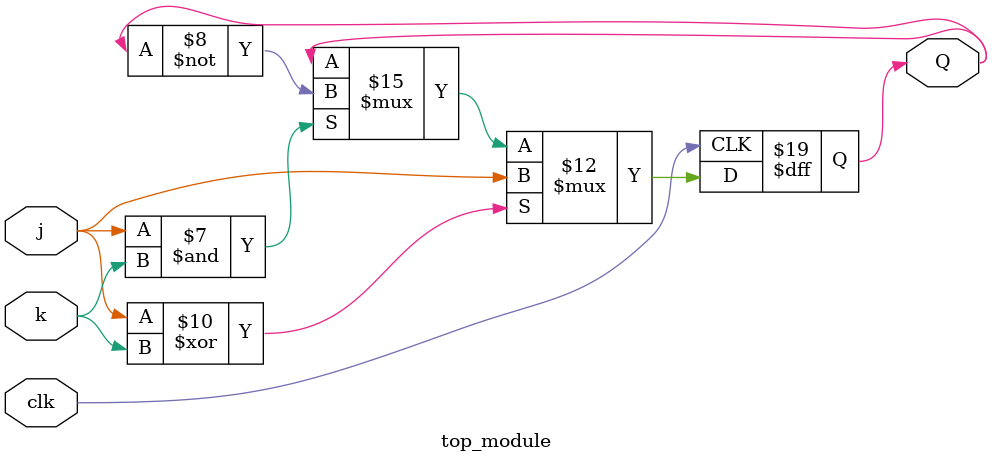
<source format=v>
module top_module (
    input clk,
    input j,
    input k,
    output Q); 

    always @(posedge clk) begin
        if (j == 0 & k == 0) begin
            Q = Q;
        end if (j == 1 & k == 1) begin
            Q = ~Q;
        end if (j ^ k == 1) begin
            Q = j;
        end
    end
endmodule

</source>
